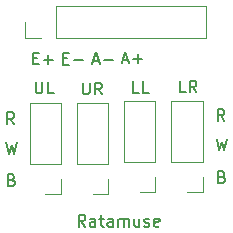
<source format=gbr>
%TF.GenerationSoftware,KiCad,Pcbnew,7.0.2*%
%TF.CreationDate,2024-03-22T08:16:19+01:00*%
%TF.ProjectId,NB_Iot,4e425f49-6f74-42e6-9b69-6361645f7063,rev?*%
%TF.SameCoordinates,Original*%
%TF.FileFunction,Legend,Top*%
%TF.FilePolarity,Positive*%
%FSLAX46Y46*%
G04 Gerber Fmt 4.6, Leading zero omitted, Abs format (unit mm)*
G04 Created by KiCad (PCBNEW 7.0.2) date 2024-03-22 08:16:19*
%MOMM*%
%LPD*%
G01*
G04 APERTURE LIST*
%ADD10C,0.150000*%
%ADD11C,0.120000*%
G04 APERTURE END LIST*
D10*
X124188095Y-57047619D02*
X124188095Y-57857142D01*
X124188095Y-57857142D02*
X124235714Y-57952380D01*
X124235714Y-57952380D02*
X124283333Y-58000000D01*
X124283333Y-58000000D02*
X124378571Y-58047619D01*
X124378571Y-58047619D02*
X124569047Y-58047619D01*
X124569047Y-58047619D02*
X124664285Y-58000000D01*
X124664285Y-58000000D02*
X124711904Y-57952380D01*
X124711904Y-57952380D02*
X124759523Y-57857142D01*
X124759523Y-57857142D02*
X124759523Y-57047619D01*
X125711904Y-58047619D02*
X125235714Y-58047619D01*
X125235714Y-58047619D02*
X125235714Y-57047619D01*
X131550476Y-55221904D02*
X132026666Y-55221904D01*
X131455238Y-55507619D02*
X131788571Y-54507619D01*
X131788571Y-54507619D02*
X132121904Y-55507619D01*
X132455238Y-55126666D02*
X133217143Y-55126666D01*
X132836190Y-55507619D02*
X132836190Y-54745714D01*
X126518095Y-55073809D02*
X126851428Y-55073809D01*
X126994285Y-55597619D02*
X126518095Y-55597619D01*
X126518095Y-55597619D02*
X126518095Y-54597619D01*
X126518095Y-54597619D02*
X126994285Y-54597619D01*
X127422857Y-55216666D02*
X128184762Y-55216666D01*
X123958095Y-55063809D02*
X124291428Y-55063809D01*
X124434285Y-55587619D02*
X123958095Y-55587619D01*
X123958095Y-55587619D02*
X123958095Y-54587619D01*
X123958095Y-54587619D02*
X124434285Y-54587619D01*
X124862857Y-55206666D02*
X125624762Y-55206666D01*
X125243809Y-55587619D02*
X125243809Y-54825714D01*
X140169523Y-60377619D02*
X139836190Y-59901428D01*
X139598095Y-60377619D02*
X139598095Y-59377619D01*
X139598095Y-59377619D02*
X139979047Y-59377619D01*
X139979047Y-59377619D02*
X140074285Y-59425238D01*
X140074285Y-59425238D02*
X140121904Y-59472857D01*
X140121904Y-59472857D02*
X140169523Y-59568095D01*
X140169523Y-59568095D02*
X140169523Y-59710952D01*
X140169523Y-59710952D02*
X140121904Y-59806190D01*
X140121904Y-59806190D02*
X140074285Y-59853809D01*
X140074285Y-59853809D02*
X139979047Y-59901428D01*
X139979047Y-59901428D02*
X139598095Y-59901428D01*
X132934285Y-58027619D02*
X132458095Y-58027619D01*
X132458095Y-58027619D02*
X132458095Y-57027619D01*
X133743809Y-58027619D02*
X133267619Y-58027619D01*
X133267619Y-58027619D02*
X133267619Y-57027619D01*
X139961428Y-65103809D02*
X140104285Y-65151428D01*
X140104285Y-65151428D02*
X140151904Y-65199047D01*
X140151904Y-65199047D02*
X140199523Y-65294285D01*
X140199523Y-65294285D02*
X140199523Y-65437142D01*
X140199523Y-65437142D02*
X140151904Y-65532380D01*
X140151904Y-65532380D02*
X140104285Y-65580000D01*
X140104285Y-65580000D02*
X140009047Y-65627619D01*
X140009047Y-65627619D02*
X139628095Y-65627619D01*
X139628095Y-65627619D02*
X139628095Y-64627619D01*
X139628095Y-64627619D02*
X139961428Y-64627619D01*
X139961428Y-64627619D02*
X140056666Y-64675238D01*
X140056666Y-64675238D02*
X140104285Y-64722857D01*
X140104285Y-64722857D02*
X140151904Y-64818095D01*
X140151904Y-64818095D02*
X140151904Y-64913333D01*
X140151904Y-64913333D02*
X140104285Y-65008571D01*
X140104285Y-65008571D02*
X140056666Y-65056190D01*
X140056666Y-65056190D02*
X139961428Y-65103809D01*
X139961428Y-65103809D02*
X139628095Y-65103809D01*
X122369523Y-60647619D02*
X122036190Y-60171428D01*
X121798095Y-60647619D02*
X121798095Y-59647619D01*
X121798095Y-59647619D02*
X122179047Y-59647619D01*
X122179047Y-59647619D02*
X122274285Y-59695238D01*
X122274285Y-59695238D02*
X122321904Y-59742857D01*
X122321904Y-59742857D02*
X122369523Y-59838095D01*
X122369523Y-59838095D02*
X122369523Y-59980952D01*
X122369523Y-59980952D02*
X122321904Y-60076190D01*
X122321904Y-60076190D02*
X122274285Y-60123809D01*
X122274285Y-60123809D02*
X122179047Y-60171428D01*
X122179047Y-60171428D02*
X121798095Y-60171428D01*
X139512857Y-61877619D02*
X139750952Y-62877619D01*
X139750952Y-62877619D02*
X139941428Y-62163333D01*
X139941428Y-62163333D02*
X140131904Y-62877619D01*
X140131904Y-62877619D02*
X140370000Y-61877619D01*
X129090476Y-55271904D02*
X129566666Y-55271904D01*
X128995238Y-55557619D02*
X129328571Y-54557619D01*
X129328571Y-54557619D02*
X129661904Y-55557619D01*
X129995238Y-55176666D02*
X130757143Y-55176666D01*
X128389523Y-69317619D02*
X128056190Y-68841428D01*
X127818095Y-69317619D02*
X127818095Y-68317619D01*
X127818095Y-68317619D02*
X128199047Y-68317619D01*
X128199047Y-68317619D02*
X128294285Y-68365238D01*
X128294285Y-68365238D02*
X128341904Y-68412857D01*
X128341904Y-68412857D02*
X128389523Y-68508095D01*
X128389523Y-68508095D02*
X128389523Y-68650952D01*
X128389523Y-68650952D02*
X128341904Y-68746190D01*
X128341904Y-68746190D02*
X128294285Y-68793809D01*
X128294285Y-68793809D02*
X128199047Y-68841428D01*
X128199047Y-68841428D02*
X127818095Y-68841428D01*
X129246666Y-69317619D02*
X129246666Y-68793809D01*
X129246666Y-68793809D02*
X129199047Y-68698571D01*
X129199047Y-68698571D02*
X129103809Y-68650952D01*
X129103809Y-68650952D02*
X128913333Y-68650952D01*
X128913333Y-68650952D02*
X128818095Y-68698571D01*
X129246666Y-69270000D02*
X129151428Y-69317619D01*
X129151428Y-69317619D02*
X128913333Y-69317619D01*
X128913333Y-69317619D02*
X128818095Y-69270000D01*
X128818095Y-69270000D02*
X128770476Y-69174761D01*
X128770476Y-69174761D02*
X128770476Y-69079523D01*
X128770476Y-69079523D02*
X128818095Y-68984285D01*
X128818095Y-68984285D02*
X128913333Y-68936666D01*
X128913333Y-68936666D02*
X129151428Y-68936666D01*
X129151428Y-68936666D02*
X129246666Y-68889047D01*
X129580000Y-68650952D02*
X129960952Y-68650952D01*
X129722857Y-68317619D02*
X129722857Y-69174761D01*
X129722857Y-69174761D02*
X129770476Y-69270000D01*
X129770476Y-69270000D02*
X129865714Y-69317619D01*
X129865714Y-69317619D02*
X129960952Y-69317619D01*
X130722857Y-69317619D02*
X130722857Y-68793809D01*
X130722857Y-68793809D02*
X130675238Y-68698571D01*
X130675238Y-68698571D02*
X130580000Y-68650952D01*
X130580000Y-68650952D02*
X130389524Y-68650952D01*
X130389524Y-68650952D02*
X130294286Y-68698571D01*
X130722857Y-69270000D02*
X130627619Y-69317619D01*
X130627619Y-69317619D02*
X130389524Y-69317619D01*
X130389524Y-69317619D02*
X130294286Y-69270000D01*
X130294286Y-69270000D02*
X130246667Y-69174761D01*
X130246667Y-69174761D02*
X130246667Y-69079523D01*
X130246667Y-69079523D02*
X130294286Y-68984285D01*
X130294286Y-68984285D02*
X130389524Y-68936666D01*
X130389524Y-68936666D02*
X130627619Y-68936666D01*
X130627619Y-68936666D02*
X130722857Y-68889047D01*
X131199048Y-69317619D02*
X131199048Y-68650952D01*
X131199048Y-68746190D02*
X131246667Y-68698571D01*
X131246667Y-68698571D02*
X131341905Y-68650952D01*
X131341905Y-68650952D02*
X131484762Y-68650952D01*
X131484762Y-68650952D02*
X131580000Y-68698571D01*
X131580000Y-68698571D02*
X131627619Y-68793809D01*
X131627619Y-68793809D02*
X131627619Y-69317619D01*
X131627619Y-68793809D02*
X131675238Y-68698571D01*
X131675238Y-68698571D02*
X131770476Y-68650952D01*
X131770476Y-68650952D02*
X131913333Y-68650952D01*
X131913333Y-68650952D02*
X132008572Y-68698571D01*
X132008572Y-68698571D02*
X132056191Y-68793809D01*
X132056191Y-68793809D02*
X132056191Y-69317619D01*
X132960952Y-68650952D02*
X132960952Y-69317619D01*
X132532381Y-68650952D02*
X132532381Y-69174761D01*
X132532381Y-69174761D02*
X132580000Y-69270000D01*
X132580000Y-69270000D02*
X132675238Y-69317619D01*
X132675238Y-69317619D02*
X132818095Y-69317619D01*
X132818095Y-69317619D02*
X132913333Y-69270000D01*
X132913333Y-69270000D02*
X132960952Y-69222380D01*
X133389524Y-69270000D02*
X133484762Y-69317619D01*
X133484762Y-69317619D02*
X133675238Y-69317619D01*
X133675238Y-69317619D02*
X133770476Y-69270000D01*
X133770476Y-69270000D02*
X133818095Y-69174761D01*
X133818095Y-69174761D02*
X133818095Y-69127142D01*
X133818095Y-69127142D02*
X133770476Y-69031904D01*
X133770476Y-69031904D02*
X133675238Y-68984285D01*
X133675238Y-68984285D02*
X133532381Y-68984285D01*
X133532381Y-68984285D02*
X133437143Y-68936666D01*
X133437143Y-68936666D02*
X133389524Y-68841428D01*
X133389524Y-68841428D02*
X133389524Y-68793809D01*
X133389524Y-68793809D02*
X133437143Y-68698571D01*
X133437143Y-68698571D02*
X133532381Y-68650952D01*
X133532381Y-68650952D02*
X133675238Y-68650952D01*
X133675238Y-68650952D02*
X133770476Y-68698571D01*
X134627619Y-69270000D02*
X134532381Y-69317619D01*
X134532381Y-69317619D02*
X134341905Y-69317619D01*
X134341905Y-69317619D02*
X134246667Y-69270000D01*
X134246667Y-69270000D02*
X134199048Y-69174761D01*
X134199048Y-69174761D02*
X134199048Y-68793809D01*
X134199048Y-68793809D02*
X134246667Y-68698571D01*
X134246667Y-68698571D02*
X134341905Y-68650952D01*
X134341905Y-68650952D02*
X134532381Y-68650952D01*
X134532381Y-68650952D02*
X134627619Y-68698571D01*
X134627619Y-68698571D02*
X134675238Y-68793809D01*
X134675238Y-68793809D02*
X134675238Y-68889047D01*
X134675238Y-68889047D02*
X134199048Y-68984285D01*
X128178095Y-57127619D02*
X128178095Y-57937142D01*
X128178095Y-57937142D02*
X128225714Y-58032380D01*
X128225714Y-58032380D02*
X128273333Y-58080000D01*
X128273333Y-58080000D02*
X128368571Y-58127619D01*
X128368571Y-58127619D02*
X128559047Y-58127619D01*
X128559047Y-58127619D02*
X128654285Y-58080000D01*
X128654285Y-58080000D02*
X128701904Y-58032380D01*
X128701904Y-58032380D02*
X128749523Y-57937142D01*
X128749523Y-57937142D02*
X128749523Y-57127619D01*
X129797142Y-58127619D02*
X129463809Y-57651428D01*
X129225714Y-58127619D02*
X129225714Y-57127619D01*
X129225714Y-57127619D02*
X129606666Y-57127619D01*
X129606666Y-57127619D02*
X129701904Y-57175238D01*
X129701904Y-57175238D02*
X129749523Y-57222857D01*
X129749523Y-57222857D02*
X129797142Y-57318095D01*
X129797142Y-57318095D02*
X129797142Y-57460952D01*
X129797142Y-57460952D02*
X129749523Y-57556190D01*
X129749523Y-57556190D02*
X129701904Y-57603809D01*
X129701904Y-57603809D02*
X129606666Y-57651428D01*
X129606666Y-57651428D02*
X129225714Y-57651428D01*
X121712857Y-62147619D02*
X121950952Y-63147619D01*
X121950952Y-63147619D02*
X122141428Y-62433333D01*
X122141428Y-62433333D02*
X122331904Y-63147619D01*
X122331904Y-63147619D02*
X122570000Y-62147619D01*
X136894285Y-57957619D02*
X136418095Y-57957619D01*
X136418095Y-57957619D02*
X136418095Y-56957619D01*
X137799047Y-57957619D02*
X137465714Y-57481428D01*
X137227619Y-57957619D02*
X137227619Y-56957619D01*
X137227619Y-56957619D02*
X137608571Y-56957619D01*
X137608571Y-56957619D02*
X137703809Y-57005238D01*
X137703809Y-57005238D02*
X137751428Y-57052857D01*
X137751428Y-57052857D02*
X137799047Y-57148095D01*
X137799047Y-57148095D02*
X137799047Y-57290952D01*
X137799047Y-57290952D02*
X137751428Y-57386190D01*
X137751428Y-57386190D02*
X137703809Y-57433809D01*
X137703809Y-57433809D02*
X137608571Y-57481428D01*
X137608571Y-57481428D02*
X137227619Y-57481428D01*
X122161428Y-65373809D02*
X122304285Y-65421428D01*
X122304285Y-65421428D02*
X122351904Y-65469047D01*
X122351904Y-65469047D02*
X122399523Y-65564285D01*
X122399523Y-65564285D02*
X122399523Y-65707142D01*
X122399523Y-65707142D02*
X122351904Y-65802380D01*
X122351904Y-65802380D02*
X122304285Y-65850000D01*
X122304285Y-65850000D02*
X122209047Y-65897619D01*
X122209047Y-65897619D02*
X121828095Y-65897619D01*
X121828095Y-65897619D02*
X121828095Y-64897619D01*
X121828095Y-64897619D02*
X122161428Y-64897619D01*
X122161428Y-64897619D02*
X122256666Y-64945238D01*
X122256666Y-64945238D02*
X122304285Y-64992857D01*
X122304285Y-64992857D02*
X122351904Y-65088095D01*
X122351904Y-65088095D02*
X122351904Y-65183333D01*
X122351904Y-65183333D02*
X122304285Y-65278571D01*
X122304285Y-65278571D02*
X122256666Y-65326190D01*
X122256666Y-65326190D02*
X122161428Y-65373809D01*
X122161428Y-65373809D02*
X121828095Y-65373809D01*
D11*
%TO.C,J4*%
X134330000Y-66410000D02*
X133000000Y-66410000D01*
X134330000Y-65080000D02*
X134330000Y-66410000D01*
X134330000Y-63810000D02*
X134330000Y-58670000D01*
X134330000Y-63810000D02*
X131670000Y-63810000D01*
X134330000Y-58670000D02*
X131670000Y-58670000D01*
X131670000Y-63810000D02*
X131670000Y-58670000D01*
%TO.C,J1*%
X126330000Y-66590000D02*
X125000000Y-66590000D01*
X126330000Y-65260000D02*
X126330000Y-66590000D01*
X126330000Y-63990000D02*
X126330000Y-58850000D01*
X126330000Y-63990000D02*
X123670000Y-63990000D01*
X126330000Y-58850000D02*
X123670000Y-58850000D01*
X123670000Y-63990000D02*
X123670000Y-58850000D01*
%TO.C,J2*%
X123290000Y-53320000D02*
X123290000Y-51990000D01*
X124620000Y-53320000D02*
X123290000Y-53320000D01*
X125890000Y-53320000D02*
X138650000Y-53320000D01*
X125890000Y-53320000D02*
X125890000Y-50660000D01*
X138650000Y-53320000D02*
X138650000Y-50660000D01*
X125890000Y-50660000D02*
X138650000Y-50660000D01*
%TO.C,J5*%
X138330000Y-66410000D02*
X137000000Y-66410000D01*
X138330000Y-65080000D02*
X138330000Y-66410000D01*
X138330000Y-63810000D02*
X138330000Y-58670000D01*
X138330000Y-63810000D02*
X135670000Y-63810000D01*
X138330000Y-58670000D02*
X135670000Y-58670000D01*
X135670000Y-63810000D02*
X135670000Y-58670000D01*
%TO.C,J3*%
X130330000Y-66590000D02*
X129000000Y-66590000D01*
X130330000Y-65260000D02*
X130330000Y-66590000D01*
X130330000Y-63990000D02*
X130330000Y-58850000D01*
X130330000Y-63990000D02*
X127670000Y-63990000D01*
X130330000Y-58850000D02*
X127670000Y-58850000D01*
X127670000Y-63990000D02*
X127670000Y-58850000D01*
%TD*%
M02*

</source>
